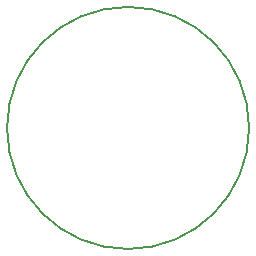
<source format=gbr>
%TF.GenerationSoftware,KiCad,Pcbnew,9.0.2*%
%TF.CreationDate,2025-07-03T20:52:15-07:00*%
%TF.ProjectId,solder,736f6c64-6572-42e6-9b69-6361645f7063,rev?*%
%TF.SameCoordinates,Original*%
%TF.FileFunction,OtherDrawing,Comment*%
%FSLAX46Y46*%
G04 Gerber Fmt 4.6, Leading zero omitted, Abs format (unit mm)*
G04 Created by KiCad (PCBNEW 9.0.2) date 2025-07-03 20:52:15*
%MOMM*%
%LPD*%
G01*
G04 APERTURE LIST*
%ADD10C,0.150000*%
G04 APERTURE END LIST*
D10*
%TO.C,BT1*%
X148953829Y-78073649D02*
G75*
G02*
X128453829Y-78073649I-10250000J0D01*
G01*
X128453829Y-78073649D02*
G75*
G02*
X148953829Y-78073649I10250000J0D01*
G01*
%TD*%
M02*

</source>
